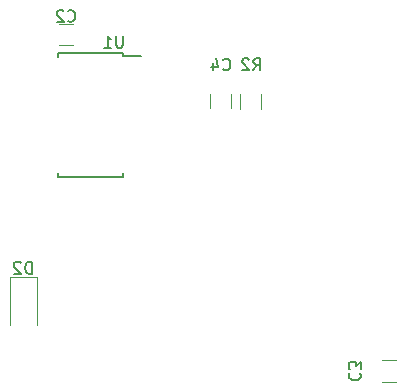
<source format=gbr>
G04 #@! TF.GenerationSoftware,KiCad,Pcbnew,5.1.6-1.fc32*
G04 #@! TF.CreationDate,2020-06-02T17:43:18-04:00*
G04 #@! TF.ProjectId,binarydispattiny,62696e61-7279-4646-9973-70617474696e,0.3*
G04 #@! TF.SameCoordinates,Original*
G04 #@! TF.FileFunction,Legend,Bot*
G04 #@! TF.FilePolarity,Positive*
%FSLAX46Y46*%
G04 Gerber Fmt 4.6, Leading zero omitted, Abs format (unit mm)*
G04 Created by KiCad (PCBNEW 5.1.6-1.fc32) date 2020-06-02 17:43:18*
%MOMM*%
%LPD*%
G01*
G04 APERTURE LIST*
%ADD10C,0.150000*%
%ADD11C,0.120000*%
G04 APERTURE END LIST*
D10*
X124123500Y-81974000D02*
X124123500Y-82249000D01*
X118573500Y-81974000D02*
X118573500Y-82329000D01*
X118573500Y-92524000D02*
X118573500Y-92169000D01*
X124123500Y-92524000D02*
X124123500Y-92169000D01*
X124123500Y-81974000D02*
X118573500Y-81974000D01*
X124123500Y-92524000D02*
X118573500Y-92524000D01*
X124123500Y-82249000D02*
X125648500Y-82249000D01*
D11*
X135806860Y-85511556D02*
X135806860Y-86715684D01*
X133986860Y-85511556D02*
X133986860Y-86715684D01*
X116832000Y-100956100D02*
X116832000Y-105016100D01*
X114562000Y-100956100D02*
X116832000Y-100956100D01*
X114562000Y-105016100D02*
X114562000Y-100956100D01*
X118650936Y-79544500D02*
X119855064Y-79544500D01*
X118650936Y-81364500D02*
X119855064Y-81364500D01*
X145991496Y-109860760D02*
X147195624Y-109860760D01*
X145991496Y-108040760D02*
X147195624Y-108040760D01*
X133266860Y-85502336D02*
X133266860Y-86706464D01*
X131446860Y-85502336D02*
X131446860Y-86706464D01*
D10*
X124078904Y-80554580D02*
X124078904Y-81364104D01*
X124031285Y-81459342D01*
X123983666Y-81506961D01*
X123888428Y-81554580D01*
X123697952Y-81554580D01*
X123602714Y-81506961D01*
X123555095Y-81459342D01*
X123507476Y-81364104D01*
X123507476Y-80554580D01*
X122507476Y-81554580D02*
X123078904Y-81554580D01*
X122793190Y-81554580D02*
X122793190Y-80554580D01*
X122888428Y-80697438D01*
X122983666Y-80792676D01*
X123078904Y-80840295D01*
X135139726Y-83467200D02*
X135473060Y-82991010D01*
X135711155Y-83467200D02*
X135711155Y-82467200D01*
X135330202Y-82467200D01*
X135234964Y-82514820D01*
X135187345Y-82562439D01*
X135139726Y-82657677D01*
X135139726Y-82800534D01*
X135187345Y-82895772D01*
X135234964Y-82943391D01*
X135330202Y-82991010D01*
X135711155Y-82991010D01*
X134758774Y-82562439D02*
X134711155Y-82514820D01*
X134615917Y-82467200D01*
X134377821Y-82467200D01*
X134282583Y-82514820D01*
X134234964Y-82562439D01*
X134187345Y-82657677D01*
X134187345Y-82752915D01*
X134234964Y-82895772D01*
X134806393Y-83467200D01*
X134187345Y-83467200D01*
X116371595Y-100693480D02*
X116371595Y-99693480D01*
X116133500Y-99693480D01*
X115990642Y-99741100D01*
X115895404Y-99836338D01*
X115847785Y-99931576D01*
X115800166Y-100122052D01*
X115800166Y-100264909D01*
X115847785Y-100455385D01*
X115895404Y-100550623D01*
X115990642Y-100645861D01*
X116133500Y-100693480D01*
X116371595Y-100693480D01*
X115419214Y-99788719D02*
X115371595Y-99741100D01*
X115276357Y-99693480D01*
X115038261Y-99693480D01*
X114943023Y-99741100D01*
X114895404Y-99788719D01*
X114847785Y-99883957D01*
X114847785Y-99979195D01*
X114895404Y-100122052D01*
X115466833Y-100693480D01*
X114847785Y-100693480D01*
X119419666Y-79287642D02*
X119467285Y-79335261D01*
X119610142Y-79382880D01*
X119705380Y-79382880D01*
X119848238Y-79335261D01*
X119943476Y-79240023D01*
X119991095Y-79144785D01*
X120038714Y-78954309D01*
X120038714Y-78811452D01*
X119991095Y-78620976D01*
X119943476Y-78525738D01*
X119848238Y-78430500D01*
X119705380Y-78382880D01*
X119610142Y-78382880D01*
X119467285Y-78430500D01*
X119419666Y-78478119D01*
X119038714Y-78478119D02*
X118991095Y-78430500D01*
X118895857Y-78382880D01*
X118657761Y-78382880D01*
X118562523Y-78430500D01*
X118514904Y-78478119D01*
X118467285Y-78573357D01*
X118467285Y-78668595D01*
X118514904Y-78811452D01*
X119086333Y-79382880D01*
X118467285Y-79382880D01*
X143315417Y-109117426D02*
X143267798Y-109165045D01*
X143220179Y-109307902D01*
X143220179Y-109403140D01*
X143267798Y-109545998D01*
X143363036Y-109641236D01*
X143458274Y-109688855D01*
X143648750Y-109736474D01*
X143791607Y-109736474D01*
X143982083Y-109688855D01*
X144077321Y-109641236D01*
X144172560Y-109545998D01*
X144220179Y-109403140D01*
X144220179Y-109307902D01*
X144172560Y-109165045D01*
X144124940Y-109117426D01*
X144220179Y-108784093D02*
X144220179Y-108165045D01*
X143839226Y-108498379D01*
X143839226Y-108355521D01*
X143791607Y-108260283D01*
X143743988Y-108212664D01*
X143648750Y-108165045D01*
X143410655Y-108165045D01*
X143315417Y-108212664D01*
X143267798Y-108260283D01*
X143220179Y-108355521D01*
X143220179Y-108641236D01*
X143267798Y-108736474D01*
X143315417Y-108784093D01*
X132559086Y-83393222D02*
X132606705Y-83440841D01*
X132749562Y-83488460D01*
X132844800Y-83488460D01*
X132987658Y-83440841D01*
X133082896Y-83345603D01*
X133130515Y-83250365D01*
X133178134Y-83059889D01*
X133178134Y-82917032D01*
X133130515Y-82726556D01*
X133082896Y-82631318D01*
X132987658Y-82536080D01*
X132844800Y-82488460D01*
X132749562Y-82488460D01*
X132606705Y-82536080D01*
X132559086Y-82583699D01*
X131701943Y-82821794D02*
X131701943Y-83488460D01*
X131940039Y-82440841D02*
X132178134Y-83155127D01*
X131559086Y-83155127D01*
M02*

</source>
